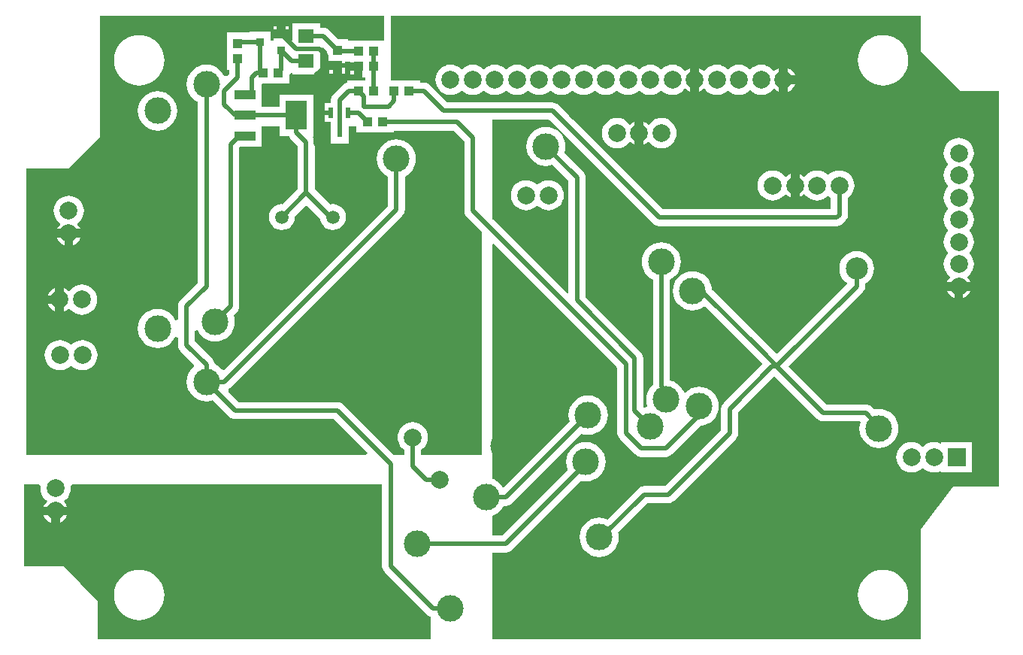
<source format=gtl>
%FSLAX25Y25*%
%MOIN*%
G70*
G01*
G75*
G04 Layer_Physical_Order=1*
G04 Layer_Color=255*
%ADD10R,0.09449X0.03937*%
%ADD11R,0.09449X0.12992*%
%ADD12R,0.04331X0.03937*%
%ADD13R,0.03937X0.04331*%
%ADD14R,0.02362X0.05118*%
%ADD15R,0.03740X0.03543*%
%ADD16R,0.03740X0.03543*%
%ADD17R,0.07087X0.06299*%
%ADD18C,0.01969*%
%ADD19C,0.01181*%
%ADD20C,0.11811*%
%ADD21C,0.07874*%
%ADD22R,0.07874X0.07874*%
%ADD23C,0.09843*%
%ADD24C,0.05906*%
G36*
X331890Y459429D02*
Y455118D01*
X333071D01*
Y455118D01*
X336614D01*
Y453346D01*
X338583D01*
Y449606D01*
X340158D01*
Y454921D01*
X341142D01*
Y454921D01*
X342323D01*
Y454724D01*
X346063D01*
Y452756D01*
X347834D01*
Y449213D01*
X347835D01*
Y448032D01*
X348984D01*
Y446654D01*
X341142D01*
Y445650D01*
X340559Y445573D01*
X340104Y445385D01*
X339649Y445196D01*
X338868Y444597D01*
X334931Y440660D01*
X334331Y439878D01*
X333955Y438969D01*
X333826Y437992D01*
Y436417D01*
X331102D01*
Y428150D01*
X333661D01*
Y420276D01*
Y418701D01*
X341535D01*
Y426181D01*
X345079D01*
Y423425D01*
X361614D01*
Y424377D01*
X388201D01*
X392881Y419697D01*
Y388779D01*
X393010Y387803D01*
X393387Y386893D01*
X393986Y386112D01*
X400591Y379507D01*
Y280512D01*
X373851D01*
Y282823D01*
X374834Y283630D01*
X375671Y284649D01*
X376292Y285812D01*
X376675Y287074D01*
X376804Y288386D01*
X376675Y289698D01*
X376292Y290960D01*
X375671Y292122D01*
X374834Y293141D01*
X373815Y293978D01*
X372652Y294599D01*
X371391Y294982D01*
X370079Y295111D01*
X368767Y294982D01*
X367505Y294599D01*
X366342Y293978D01*
X365323Y293141D01*
X364487Y292122D01*
X363865Y290960D01*
X363483Y289698D01*
X363353Y288386D01*
X363483Y287074D01*
X363865Y285812D01*
X364487Y284649D01*
X365323Y283630D01*
X366306Y282823D01*
Y280512D01*
X361634D01*
X339282Y302864D01*
X338500Y303464D01*
X337591Y303841D01*
X336614Y303969D01*
X292901D01*
X288281Y308589D01*
X288359Y309768D01*
X289085Y310325D01*
X289085Y310325D01*
X289085Y310325D01*
X365463Y386703D01*
X366062Y387484D01*
X366251Y387939D01*
X366439Y388394D01*
X366568Y389370D01*
Y404006D01*
X367631Y404574D01*
X368949Y405657D01*
X370032Y406976D01*
X370836Y408480D01*
X371331Y410113D01*
X371499Y411811D01*
X371331Y413509D01*
X370836Y415142D01*
X370032Y416646D01*
X368949Y417965D01*
X367631Y419048D01*
X366126Y419852D01*
X364493Y420347D01*
X362795Y420514D01*
X361097Y420347D01*
X359465Y419852D01*
X357960Y419048D01*
X356641Y417965D01*
X355559Y416646D01*
X354754Y415142D01*
X354259Y413509D01*
X354092Y411811D01*
X354259Y410113D01*
X354754Y408480D01*
X355559Y406976D01*
X356641Y405657D01*
X357960Y404574D01*
X359023Y404006D01*
Y390933D01*
X286464Y318374D01*
X285284Y318431D01*
X284698Y319146D01*
X283379Y320229D01*
X282267Y320823D01*
X282187Y321429D01*
X281810Y322339D01*
X281211Y323120D01*
X273458Y330873D01*
Y335643D01*
X274603Y335930D01*
X275244Y334732D01*
X276326Y333413D01*
X277645Y332330D01*
X279150Y331526D01*
X280782Y331031D01*
X282480Y330864D01*
X284178Y331031D01*
X285811Y331526D01*
X287316Y332330D01*
X288634Y333413D01*
X289717Y334732D01*
X290521Y336236D01*
X291016Y337869D01*
X291184Y339567D01*
X291016Y341265D01*
X290667Y342418D01*
X292038Y343789D01*
X292637Y344570D01*
X292858Y345104D01*
X293014Y345480D01*
X293143Y346457D01*
Y416745D01*
X293721Y417323D01*
X303150D01*
Y426181D01*
X311024D01*
Y421850D01*
X315190D01*
X315237Y421736D01*
X315836Y420955D01*
X315836Y420955D01*
X315836D01*
Y420955D01*
X315836Y420955D01*
X319062Y417729D01*
Y398413D01*
X312382Y391732D01*
X312008Y391781D01*
X310518Y391585D01*
X309129Y391010D01*
X307936Y390095D01*
X307021Y388903D01*
X306446Y387514D01*
X306250Y386024D01*
X306446Y384533D01*
X307021Y383145D01*
X307936Y381952D01*
X309129Y381037D01*
X310518Y380462D01*
X312008Y380266D01*
X313498Y380462D01*
X314887Y381037D01*
X316079Y381952D01*
X316994Y383145D01*
X317570Y384533D01*
X317766Y386024D01*
X317717Y386397D01*
X322244Y390925D01*
X323425D01*
X328973Y385377D01*
X329084Y384533D01*
X329659Y383145D01*
X330574Y381952D01*
X331767Y381037D01*
X333155Y380462D01*
X334646Y380266D01*
X336136Y380462D01*
X337525Y381037D01*
X338717Y381952D01*
X339632Y383145D01*
X340207Y384533D01*
X340404Y386024D01*
X340207Y387514D01*
X339632Y388903D01*
X338717Y390095D01*
X337525Y391010D01*
X336136Y391585D01*
X334646Y391781D01*
X333402Y391618D01*
X326607Y398413D01*
Y419291D01*
X326479Y420268D01*
X326475Y420276D01*
D01*
X326241Y420841D01*
X326102Y421177D01*
X325828Y421534D01*
X325984Y421850D01*
X325984D01*
X325984Y421850D01*
Y440354D01*
X311024D01*
Y434875D01*
X303150D01*
Y435433D01*
Y444882D01*
D01*
Y444882D01*
X303346Y445079D01*
X315354D01*
Y449246D01*
X316216Y450053D01*
X316535Y450032D01*
Y449213D01*
X329134D01*
Y460236D01*
Y460641D01*
X330225Y461094D01*
X331890Y459429D01*
D02*
G37*
G36*
X595472Y459646D02*
X613189Y441929D01*
X629921D01*
Y266732D01*
X609744D01*
X595472Y247703D01*
Y198819D01*
X405512D01*
Y237369D01*
X411417D01*
X412394Y237498D01*
X413304Y237875D01*
X414085Y238474D01*
X414085Y238474D01*
X414085Y238474D01*
X444754Y269144D01*
X445153Y269023D01*
X446850Y268856D01*
X448548Y269023D01*
X450181Y269518D01*
X451686Y270322D01*
X453005Y271405D01*
X454087Y272724D01*
X454891Y274228D01*
X455386Y275861D01*
X455554Y277559D01*
X455386Y279257D01*
X454891Y280890D01*
X454087Y282394D01*
X453005Y283713D01*
X451686Y284796D01*
X450181Y285600D01*
X448548Y286095D01*
X446850Y286262D01*
X445153Y286095D01*
X443520Y285600D01*
X442015Y284796D01*
X440696Y283713D01*
X439614Y282394D01*
X438810Y280890D01*
X438314Y279257D01*
X438147Y277559D01*
X438314Y275861D01*
X438810Y274228D01*
X438935Y273994D01*
X409855Y244914D01*
X405512D01*
Y253656D01*
X405890Y253770D01*
X407394Y254574D01*
X408713Y255657D01*
X409796Y256976D01*
X410364Y258039D01*
X411417D01*
X412394Y258167D01*
X413304Y258544D01*
X414085Y259143D01*
X444983Y290042D01*
X446137Y289692D01*
X447835Y289525D01*
X449533Y289692D01*
X451165Y290188D01*
X452670Y290992D01*
X453989Y292074D01*
X455071Y293393D01*
X455875Y294898D01*
X456371Y296530D01*
X456538Y298228D01*
X456371Y299926D01*
X455875Y301559D01*
X455071Y303064D01*
X453989Y304382D01*
X452670Y305465D01*
X451165Y306269D01*
X449533Y306764D01*
X447835Y306932D01*
X446137Y306764D01*
X444504Y306269D01*
X442999Y305465D01*
X441680Y304382D01*
X440598Y303064D01*
X439794Y301559D01*
X439298Y299926D01*
X439131Y298228D01*
X439298Y296530D01*
X439648Y295377D01*
X438396Y294125D01*
X410923Y266652D01*
D01*
X410483Y266212D01*
X409989Y266285D01*
X409796Y266646D01*
X409658Y266814D01*
X408713Y267965D01*
X407394Y269048D01*
X405890Y269852D01*
X405512Y269967D01*
Y373043D01*
Y373933D01*
X405974Y374124D01*
X460794Y319304D01*
Y290354D01*
X460923Y289378D01*
X461300Y288468D01*
X461300Y288468D01*
X461300Y288468D01*
X461899Y287687D01*
X468789Y280797D01*
X469570Y280198D01*
X470025Y280009D01*
X470480Y279821D01*
X471457Y279692D01*
X482283D01*
X483260Y279821D01*
X484170Y280198D01*
X484951Y280797D01*
X488437Y284283D01*
X497678Y293524D01*
X498745Y293629D01*
X500378Y294125D01*
X501883Y294929D01*
X503201Y296011D01*
X504284Y297330D01*
X505088Y298835D01*
X505583Y300467D01*
X505751Y302165D01*
X505583Y303863D01*
X505088Y305496D01*
X504284Y307001D01*
X503201Y308319D01*
X501883Y309402D01*
X500378Y310206D01*
X498745Y310701D01*
X497047Y310869D01*
X495349Y310701D01*
X493717Y310206D01*
X492212Y309402D01*
X490893Y308319D01*
X490843Y308258D01*
X490352Y308356D01*
X490324Y308449D01*
X489520Y309953D01*
X488438Y311272D01*
X487119Y312355D01*
X485614Y313159D01*
X484087Y313622D01*
Y358337D01*
X485150Y358905D01*
X486469Y359988D01*
X487551Y361306D01*
X488356Y362811D01*
X488851Y364444D01*
X489018Y366142D01*
X488851Y367840D01*
X488356Y369472D01*
X487551Y370977D01*
X486469Y372296D01*
X485150Y373378D01*
X483646Y374183D01*
X482013Y374678D01*
X480315Y374845D01*
X478617Y374678D01*
X476984Y374183D01*
X475480Y373378D01*
X474161Y372296D01*
X473078Y370977D01*
X472274Y369472D01*
X471779Y367840D01*
X471612Y366142D01*
X471779Y364444D01*
X472274Y362811D01*
X473078Y361306D01*
X474161Y359988D01*
X475480Y358905D01*
X476543Y358337D01*
Y311611D01*
X476129Y311272D01*
X475047Y309953D01*
X474243Y308449D01*
X473747Y306816D01*
X473580Y305118D01*
X473747Y303420D01*
X474096Y302271D01*
X473818Y301855D01*
X473696Y301843D01*
X472678Y301535D01*
X472276Y301832D01*
Y323573D01*
X472148Y324549D01*
X471771Y325459D01*
X471172Y326240D01*
X446686Y350726D01*
Y403543D01*
X446557Y404520D01*
X446447Y404786D01*
X446180Y405430D01*
X445581Y406211D01*
X437320Y414472D01*
X437670Y415625D01*
X437837Y417323D01*
X437670Y419021D01*
X437175Y420653D01*
X436370Y422158D01*
X435288Y423477D01*
X433969Y424559D01*
X432465Y425364D01*
X430832Y425859D01*
X429134Y426026D01*
X427436Y425859D01*
X425803Y425364D01*
X424298Y424559D01*
X422980Y423477D01*
X421897Y422158D01*
X421093Y420653D01*
X420598Y419021D01*
X420431Y417323D01*
X420598Y415625D01*
X421093Y413992D01*
X421897Y412488D01*
X422980Y411169D01*
X424298Y410086D01*
X425803Y409282D01*
X427436Y408787D01*
X429134Y408619D01*
X430832Y408787D01*
X431985Y409137D01*
X439141Y401981D01*
Y352280D01*
X438679Y352089D01*
X405512Y385256D01*
Y429298D01*
X430524D01*
X473887Y385935D01*
X476663Y383159D01*
X477445Y382560D01*
X478354Y382183D01*
X478354D01*
X479331Y382054D01*
X558071D01*
X559047Y382183D01*
X559957Y382560D01*
X560738Y383159D01*
D01*
X561919Y384340D01*
X562519Y385122D01*
X562575Y385256D01*
X562707Y385577D01*
X562896Y386032D01*
X563024Y387008D01*
Y394438D01*
X564008Y395245D01*
X564844Y396264D01*
X565465Y397426D01*
X565848Y398688D01*
X565977Y400000D01*
X565848Y401312D01*
X565465Y402574D01*
X564844Y403736D01*
X564008Y404755D01*
X562988Y405592D01*
X561826Y406213D01*
X560564Y406596D01*
X559252Y406725D01*
X557940Y406596D01*
X556678Y406213D01*
X555516Y405592D01*
X554496Y404755D01*
X554165D01*
X553146Y405592D01*
X551983Y406213D01*
X550722Y406596D01*
X549409Y406725D01*
X548097Y406596D01*
X546836Y406213D01*
X545673Y405592D01*
X544654Y404755D01*
X543818Y403736D01*
X543498Y403931D01*
X543498Y403931D01*
Y403931D01*
X542347Y404815D01*
X541535Y405151D01*
Y400000D01*
Y394849D01*
X542347Y395185D01*
X543498Y396069D01*
X543498Y396069D01*
Y396069D01*
X543818Y396264D01*
Y396264D01*
X543818Y396264D01*
X544654Y395245D01*
X545673Y394408D01*
X546836Y393787D01*
X548097Y393404D01*
X549409Y393275D01*
X550722Y393404D01*
X551983Y393787D01*
X553146Y394408D01*
X554165Y395245D01*
X554496D01*
X555479Y394438D01*
Y389599D01*
X480893D01*
X440836Y429656D01*
X439497Y430995D01*
X434754Y435738D01*
X433973Y436338D01*
X433063Y436715D01*
X432087Y436843D01*
X385421D01*
X377667Y444597D01*
X376886Y445196D01*
X375976Y445573D01*
X375000Y445702D01*
X373425D01*
Y446654D01*
X360236D01*
Y475394D01*
X595472D01*
Y459646D01*
D02*
G37*
G36*
X356464Y231299D02*
X356592Y230323D01*
X356969Y229413D01*
X357569Y228632D01*
X376270Y209931D01*
X377051Y209331D01*
X377953Y208958D01*
Y198819D01*
X230315D01*
Y215603D01*
X215404Y231299D01*
X197835D01*
Y267717D01*
X204203D01*
X204996Y266841D01*
X204889Y265748D01*
X205018Y264436D01*
X205401Y263174D01*
X206022Y262012D01*
X206859Y260993D01*
X207878Y260156D01*
Y260156D01*
X207683Y259679D01*
X206800Y258528D01*
X206464Y257716D01*
X216765D01*
X216429Y258528D01*
X215545Y259679D01*
X215351Y260156D01*
Y260156D01*
X216370Y260993D01*
X217206Y262012D01*
X217828Y263174D01*
X218210Y264436D01*
X218339Y265748D01*
X218232Y266841D01*
X219025Y267717D01*
X356464D01*
Y231299D01*
D02*
G37*
G36*
X357283Y464370D02*
X341339D01*
Y464961D01*
X337028D01*
X333179Y468809D01*
X332398Y469409D01*
X331488Y469786D01*
X330512Y469914D01*
X329134D01*
Y472047D01*
X316535D01*
Y464370D01*
X316339D01*
Y464370D01*
X315158D01*
Y465354D01*
X308268D01*
Y464370D01*
X307087D01*
Y468110D01*
X297835D01*
Y467913D01*
X297047D01*
Y467913D01*
X287598D01*
Y458071D01*
Y451378D01*
X288550D01*
Y449397D01*
X287557Y448404D01*
X286389Y448577D01*
X285780Y449717D01*
X284698Y451036D01*
X283379Y452118D01*
X281874Y452923D01*
X280241Y453418D01*
X278543Y453585D01*
X276845Y453418D01*
X275213Y452923D01*
X273708Y452118D01*
X272389Y451036D01*
X271307Y449717D01*
X270502Y448212D01*
X270007Y446580D01*
X269840Y444882D01*
X270007Y443184D01*
X270502Y441551D01*
X271307Y440047D01*
X272389Y438728D01*
X273708Y437645D01*
X274771Y437077D01*
Y420276D01*
Y356878D01*
X267018Y349124D01*
X266418Y348343D01*
X266041Y347433D01*
X265913Y346457D01*
Y340538D01*
X264767Y340251D01*
X264126Y341449D01*
X263044Y342768D01*
X261725Y343851D01*
X260220Y344655D01*
X258588Y345150D01*
X256890Y345318D01*
X255192Y345150D01*
X253559Y344655D01*
X252054Y343851D01*
X250736Y342768D01*
X249653Y341449D01*
X248849Y339945D01*
X248354Y338312D01*
X248186Y336614D01*
X248354Y334916D01*
X248849Y333284D01*
X249653Y331779D01*
X250736Y330460D01*
X252054Y329378D01*
X253559Y328573D01*
X255192Y328078D01*
X256890Y327911D01*
X258588Y328078D01*
X260220Y328573D01*
X261725Y329378D01*
X263044Y330460D01*
X264126Y331779D01*
X264767Y332977D01*
X265913Y332690D01*
Y329311D01*
X266041Y328334D01*
X266418Y327424D01*
X267018Y326643D01*
X267018Y326643D01*
X267018Y326643D01*
X272935Y320726D01*
X272877Y319546D01*
X272389Y319146D01*
X271307Y317827D01*
X270502Y316323D01*
X270007Y314690D01*
X269840Y312992D01*
X270007Y311294D01*
X270502Y309662D01*
X271307Y308157D01*
X272389Y306838D01*
X273708Y305756D01*
X275213Y304951D01*
X276845Y304456D01*
X278543Y304289D01*
X280241Y304456D01*
X281395Y304806D01*
X288671Y297529D01*
X289452Y296930D01*
X289907Y296741D01*
X290362Y296553D01*
X291339Y296424D01*
X335052D01*
X349873Y281603D01*
X349421Y280512D01*
X198819D01*
Y407480D01*
X217520D01*
X231299Y421260D01*
Y426181D01*
Y475394D01*
X357283D01*
Y464370D01*
D02*
G37*
%LPC*%
G36*
X617355Y353346D02*
X614173D01*
Y350164D01*
X614984Y350500D01*
X616136Y351384D01*
X617019Y352535D01*
X617355Y353346D01*
D02*
G37*
G36*
X211457Y347441D02*
X208275D01*
X208611Y346630D01*
X209494Y345478D01*
X210646Y344595D01*
X211457Y344259D01*
Y347441D01*
D02*
G37*
G36*
X610236Y353346D02*
X607054D01*
X607390Y352535D01*
X608274Y351384D01*
X609425Y350500D01*
X610236Y350164D01*
Y353346D01*
D02*
G37*
G36*
X612205Y421095D02*
X610893Y420966D01*
X609631Y420583D01*
X608468Y419962D01*
X607449Y419126D01*
X606613Y418107D01*
X605991Y416944D01*
X605609Y415682D01*
X605479Y414370D01*
X605609Y413058D01*
X605991Y411796D01*
X606613Y410634D01*
X607449Y409615D01*
Y409283D01*
X606613Y408264D01*
X605991Y407101D01*
X605609Y405840D01*
X605479Y404528D01*
X605609Y403216D01*
X605991Y401954D01*
X606613Y400791D01*
X607449Y399772D01*
Y399441D01*
X606613Y398421D01*
X605991Y397259D01*
X605609Y395997D01*
X605479Y394685D01*
X605609Y393373D01*
X605991Y392111D01*
X606613Y390949D01*
X607449Y389930D01*
Y389598D01*
X606613Y388579D01*
X605991Y387416D01*
X605609Y386155D01*
X605479Y384842D01*
X605609Y383530D01*
X605991Y382269D01*
X606613Y381106D01*
X607449Y380087D01*
Y379755D01*
X606613Y378736D01*
X605991Y377574D01*
X605609Y376312D01*
X605479Y375000D01*
X605609Y373688D01*
X605991Y372426D01*
X606613Y371264D01*
X607449Y370245D01*
Y369913D01*
X606613Y368894D01*
X605991Y367731D01*
X605609Y366470D01*
X605479Y365158D01*
X605609Y363845D01*
X605991Y362584D01*
X606613Y361421D01*
X607449Y360402D01*
X608468Y359566D01*
Y359566D01*
X608274Y359246D01*
X608274Y359246D01*
X608274D01*
X607390Y358095D01*
X607054Y357283D01*
X617355D01*
X617019Y358095D01*
X616136Y359246D01*
X616136Y359246D01*
X616136D01*
X615941Y359566D01*
Y359566D01*
X616960Y360402D01*
X617797Y361421D01*
X618418Y362584D01*
X618801Y363845D01*
X618930Y365158D01*
X618801Y366470D01*
X618418Y367731D01*
X617797Y368894D01*
X616960Y369913D01*
Y370245D01*
X617797Y371264D01*
X618418Y372426D01*
X618801Y373688D01*
X618930Y375000D01*
X618801Y376312D01*
X618418Y377574D01*
X617797Y378736D01*
X616960Y379755D01*
Y380087D01*
X617797Y381106D01*
X618418Y382269D01*
X618801Y383530D01*
X618930Y384842D01*
X618801Y386155D01*
X618418Y387416D01*
X617797Y388579D01*
X616960Y389598D01*
Y389930D01*
X617797Y390949D01*
X618418Y392111D01*
X618801Y393373D01*
X618930Y394685D01*
X618801Y395997D01*
X618418Y397259D01*
X617797Y398421D01*
X616960Y399441D01*
Y399772D01*
X617797Y400791D01*
X618418Y401954D01*
X618801Y403216D01*
X618930Y404528D01*
X618801Y405840D01*
X618418Y407101D01*
X617797Y408264D01*
X616960Y409283D01*
Y409615D01*
X617797Y410634D01*
X618418Y411796D01*
X618801Y413058D01*
X618930Y414370D01*
X618801Y415682D01*
X618418Y416944D01*
X617797Y418107D01*
X616960Y419126D01*
X615941Y419962D01*
X614778Y420583D01*
X613517Y420966D01*
X612205Y421095D01*
D02*
G37*
G36*
X215551Y376811D02*
X212369D01*
X212705Y376000D01*
X213589Y374849D01*
X214740Y373965D01*
X215551Y373629D01*
Y376811D01*
D02*
G37*
G36*
X211457Y354560D02*
X210646Y354224D01*
X209494Y353341D01*
X208611Y352189D01*
X208275Y351378D01*
X211457D01*
Y354560D01*
D02*
G37*
G36*
X223425Y356135D02*
X222113Y356006D01*
X220851Y355623D01*
X219689Y355001D01*
X218670Y354165D01*
X217833Y353146D01*
X217356Y353341D01*
X216205Y354224D01*
X215394Y354560D01*
Y349410D01*
Y344259D01*
X216205Y344595D01*
X217356Y345478D01*
X217833Y345673D01*
Y345673D01*
X217833Y345673D01*
X218670Y344654D01*
X219689Y343818D01*
X220851Y343196D01*
X222113Y342813D01*
X223425Y342684D01*
X224737Y342813D01*
X225999Y343196D01*
X227162Y343818D01*
X228181Y344654D01*
X229017Y345673D01*
X229639Y346836D01*
X230021Y348097D01*
X230151Y349410D01*
X230021Y350722D01*
X229639Y351983D01*
X229017Y353146D01*
X228181Y354165D01*
X227162Y355001D01*
X225999Y355623D01*
X224737Y356006D01*
X223425Y356135D01*
D02*
G37*
G36*
X223583Y331528D02*
X222271Y331399D01*
X221009Y331016D01*
X219846Y330395D01*
X218827Y329559D01*
X218338D01*
X217319Y330395D01*
X216156Y331016D01*
X214895Y331399D01*
X213583Y331528D01*
X212271Y331399D01*
X211009Y331016D01*
X209846Y330395D01*
X208827Y329559D01*
X207991Y328539D01*
X207369Y327377D01*
X206987Y326115D01*
X206857Y324803D01*
X206987Y323491D01*
X207369Y322230D01*
X207991Y321067D01*
X208827Y320048D01*
X209846Y319211D01*
X211009Y318590D01*
X212271Y318207D01*
X213583Y318078D01*
X214895Y318207D01*
X216156Y318590D01*
X217319Y319211D01*
X218338Y320048D01*
X218827D01*
X219846Y319211D01*
X221009Y318590D01*
X222271Y318207D01*
X223583Y318078D01*
X224895Y318207D01*
X226156Y318590D01*
X227319Y319211D01*
X228338Y320048D01*
X229175Y321067D01*
X229796Y322230D01*
X230179Y323491D01*
X230308Y324803D01*
X230179Y326115D01*
X229796Y327377D01*
X229175Y328539D01*
X228338Y329559D01*
X227319Y330395D01*
X226156Y331016D01*
X224895Y331399D01*
X223583Y331528D01*
D02*
G37*
G36*
X209646Y253780D02*
X206464D01*
X206800Y252968D01*
X207683Y251817D01*
X208835Y250934D01*
X209646Y250598D01*
Y253780D01*
D02*
G37*
G36*
X578642Y229668D02*
X576895Y229531D01*
X575192Y229122D01*
X573573Y228451D01*
X572080Y227536D01*
X570747Y226398D01*
X569610Y225066D01*
X568694Y223572D01*
X568024Y221954D01*
X567615Y220250D01*
X567477Y218504D01*
X567615Y216757D01*
X568024Y215054D01*
X568694Y213435D01*
X569610Y211942D01*
X570747Y210610D01*
X572080Y209472D01*
X573573Y208556D01*
X575192Y207886D01*
X576895Y207477D01*
X578642Y207340D01*
X580388Y207477D01*
X582092Y207886D01*
X583710Y208556D01*
X585204Y209472D01*
X586536Y210610D01*
X587674Y211942D01*
X588589Y213435D01*
X589260Y215054D01*
X589669Y216757D01*
X589806Y218504D01*
X589669Y220250D01*
X589260Y221954D01*
X588589Y223572D01*
X587674Y225066D01*
X586536Y226398D01*
X585204Y227536D01*
X583710Y228451D01*
X582092Y229122D01*
X580388Y229531D01*
X578642Y229668D01*
D02*
G37*
G36*
X248721D02*
X246974Y229531D01*
X245270Y229122D01*
X243652Y228451D01*
X242158Y227536D01*
X240826Y226398D01*
X239688Y225066D01*
X238773Y223572D01*
X238103Y221954D01*
X237694Y220250D01*
X237556Y218504D01*
X237694Y216757D01*
X238103Y215054D01*
X238773Y213435D01*
X239688Y211942D01*
X240826Y210610D01*
X242158Y209472D01*
X243652Y208556D01*
X245270Y207886D01*
X246974Y207477D01*
X248721Y207340D01*
X250467Y207477D01*
X252170Y207886D01*
X253789Y208556D01*
X255283Y209472D01*
X256615Y210610D01*
X257753Y211942D01*
X258668Y213435D01*
X259338Y215054D01*
X259747Y216757D01*
X259885Y218504D01*
X259747Y220250D01*
X259338Y221954D01*
X258668Y223572D01*
X257753Y225066D01*
X256615Y226398D01*
X255283Y227536D01*
X253789Y228451D01*
X252170Y229122D01*
X250467Y229531D01*
X248721Y229668D01*
D02*
G37*
G36*
X216765Y253780D02*
X213583D01*
Y250598D01*
X214394Y250934D01*
X215545Y251817D01*
X216429Y252968D01*
X216765Y253780D01*
D02*
G37*
G36*
X566929Y370903D02*
X565424Y370755D01*
X563977Y370316D01*
X562643Y369603D01*
X561474Y368644D01*
X560515Y367475D01*
X559802Y366141D01*
X559363Y364694D01*
X559215Y363189D01*
X559363Y361684D01*
X559802Y360237D01*
X560515Y358903D01*
X561474Y357734D01*
X562581Y356826D01*
X562606Y356326D01*
X531496Y325217D01*
X528258Y328455D01*
X528258Y328455D01*
X502736Y353977D01*
X502631Y355044D01*
X502135Y356677D01*
X501331Y358182D01*
X500249Y359501D01*
X498930Y360583D01*
X497425Y361387D01*
X495792Y361883D01*
X494095Y362050D01*
X492397Y361883D01*
X490764Y361387D01*
X489259Y360583D01*
X487940Y359501D01*
X486858Y358182D01*
X486054Y356677D01*
X485558Y355044D01*
X485391Y353346D01*
X485558Y351648D01*
X486054Y350016D01*
X486858Y348511D01*
X487940Y347192D01*
X489259Y346110D01*
X490764Y345306D01*
X492397Y344810D01*
X494095Y344643D01*
X495792Y344810D01*
X497425Y345306D01*
X498930Y346110D01*
X499481Y346562D01*
X522923Y323120D01*
D01*
X522923Y323120D01*
X525177Y320866D01*
X507913Y303603D01*
X507314Y302821D01*
X506937Y301911D01*
X506808Y300935D01*
Y291671D01*
X481951Y266814D01*
X472687D01*
X471711Y266685D01*
X471067Y266419D01*
X470801Y266308D01*
X470019Y265709D01*
X456321Y252010D01*
X456086Y252135D01*
X454454Y252631D01*
X452756Y252798D01*
X451058Y252631D01*
X449425Y252135D01*
X447921Y251331D01*
X446602Y250249D01*
X445519Y248930D01*
X444715Y247425D01*
X444220Y245792D01*
X444053Y244094D01*
X444220Y242396D01*
X444715Y240764D01*
X445519Y239259D01*
X446602Y237940D01*
X447921Y236858D01*
X449425Y236054D01*
X451058Y235558D01*
X452756Y235391D01*
X454454Y235558D01*
X456086Y236054D01*
X457591Y236858D01*
X458910Y237940D01*
X459993Y239259D01*
X460797Y240764D01*
X461292Y242396D01*
X461459Y244094D01*
X461292Y245792D01*
X461171Y246191D01*
X474250Y259269D01*
X483514D01*
X484490Y259397D01*
X485400Y259774D01*
X486181Y260374D01*
X492226Y266419D01*
X492454Y266646D01*
X513248Y287441D01*
X513848Y288222D01*
D01*
D01*
D01*
X514225Y289132D01*
X514353Y290108D01*
Y299372D01*
X530512Y315531D01*
X549498Y296545D01*
X549498Y296545D01*
X549498D01*
X549498Y296545D01*
X549498D01*
X549498Y296545D01*
Y296545D01*
Y296545D01*
D01*
D01*
X549498D01*
Y296545D01*
X550279Y295946D01*
X551189Y295569D01*
X552165Y295440D01*
X568246D01*
X568544Y295039D01*
X568235Y294021D01*
X568068Y292323D01*
X568235Y290625D01*
X568731Y288992D01*
X569535Y287488D01*
X570617Y286169D01*
X571936Y285086D01*
X573441Y284282D01*
X575074Y283787D01*
X576772Y283619D01*
X578470Y283787D01*
X580102Y284282D01*
X581607Y285086D01*
X582926Y286169D01*
X584008Y287488D01*
X584812Y288992D01*
X585308Y290625D01*
X585475Y292323D01*
X585308Y294021D01*
X584812Y295654D01*
X584008Y297158D01*
X582926Y298477D01*
X581607Y299559D01*
X580102Y300364D01*
X578470Y300859D01*
X576772Y301026D01*
X575074Y300859D01*
X574676Y300738D01*
X573534Y301880D01*
X572752Y302480D01*
X571842Y302856D01*
X570866Y302985D01*
X553728D01*
X536831Y319882D01*
X569597Y352647D01*
X570196Y353429D01*
X570573Y354339D01*
X570702Y355315D01*
X570702Y355315D01*
X570702Y355315D01*
Y355315D01*
Y356500D01*
X571215Y356775D01*
X572384Y357734D01*
X573343Y358903D01*
X574056Y360237D01*
X574495Y361684D01*
X574644Y363189D01*
X574495Y364694D01*
X574056Y366141D01*
X573343Y367475D01*
X572384Y368644D01*
X571215Y369603D01*
X569881Y370316D01*
X568434Y370755D01*
X566929Y370903D01*
D02*
G37*
G36*
X601221Y286253D02*
X599908Y286124D01*
X598647Y285741D01*
X597484Y285119D01*
X596465Y284283D01*
X595976D01*
X595020Y285067D01*
D01*
X594957Y285119D01*
X593794Y285741D01*
X592532Y286124D01*
X592149Y286161D01*
X591221Y286253D01*
X589908Y286124D01*
X588647Y285741D01*
X587484Y285119D01*
X586465Y284283D01*
X585629Y283264D01*
X585007Y282101D01*
X584624Y280840D01*
X584495Y279528D01*
X584624Y278216D01*
X585007Y276954D01*
X585629Y275791D01*
X586465Y274772D01*
X587484Y273936D01*
X588647Y273314D01*
X589908Y272932D01*
X591221Y272802D01*
X592149Y272894D01*
X592532Y272932D01*
X593794Y273314D01*
X594957Y273936D01*
X595976Y274772D01*
X596465D01*
X597484Y273936D01*
X598647Y273314D01*
X599908Y272932D01*
X601221Y272802D01*
X602532Y272932D01*
X603794Y273314D01*
X604099Y273477D01*
X604528Y273220D01*
Y272835D01*
X617913D01*
Y286221D01*
X604528D01*
Y285835D01*
X604099Y285578D01*
X603794Y285741D01*
X602532Y286124D01*
X601221Y286253D01*
D02*
G37*
G36*
X315158Y470669D02*
X313681D01*
Y469291D01*
X315158D01*
Y470669D01*
D02*
G37*
G36*
X222670Y376811D02*
X219488D01*
Y373629D01*
X220299Y373965D01*
X221451Y374849D01*
X222334Y376000D01*
X222670Y376811D01*
D02*
G37*
G36*
X536417Y452001D02*
Y448819D01*
X539599D01*
X539263Y449630D01*
X538380Y450781D01*
X537228Y451665D01*
X536417Y452001D01*
D02*
G37*
G36*
X578642Y466676D02*
X576895Y466539D01*
X575192Y466130D01*
X573573Y465459D01*
X572080Y464544D01*
X570747Y463406D01*
X569610Y462074D01*
X568694Y460580D01*
X568024Y458962D01*
X567615Y457258D01*
X567477Y455512D01*
X567615Y453765D01*
X568024Y452062D01*
X568694Y450443D01*
X569610Y448950D01*
X570747Y447617D01*
X572080Y446480D01*
X573573Y445564D01*
X575192Y444894D01*
X576895Y444485D01*
X578642Y444347D01*
X580388Y444485D01*
X582092Y444894D01*
X583710Y445564D01*
X585204Y446480D01*
X586536Y447617D01*
X587674Y448950D01*
X588589Y450443D01*
X589260Y452062D01*
X589669Y453765D01*
X589806Y455512D01*
X589669Y457258D01*
X589260Y458962D01*
X588589Y460580D01*
X587674Y462074D01*
X586536Y463406D01*
X585204Y464544D01*
X583710Y465459D01*
X582092Y466130D01*
X580388Y466539D01*
X578642Y466676D01*
D02*
G37*
G36*
X248721D02*
X246974Y466539D01*
X245270Y466130D01*
X243652Y465459D01*
X242158Y464544D01*
X240826Y463406D01*
X239688Y462074D01*
X238773Y460580D01*
X238103Y458962D01*
X237694Y457258D01*
X237556Y455512D01*
X237694Y453765D01*
X238103Y452062D01*
X238773Y450443D01*
X239688Y448950D01*
X240826Y447617D01*
X242158Y446480D01*
X243652Y445564D01*
X245270Y444894D01*
X246974Y444485D01*
X248721Y444347D01*
X250467Y444485D01*
X252170Y444894D01*
X253789Y445564D01*
X255283Y446480D01*
X256615Y447617D01*
X257753Y448950D01*
X258668Y450443D01*
X259338Y452062D01*
X259747Y453765D01*
X259885Y455512D01*
X259747Y457258D01*
X259338Y458962D01*
X258668Y460580D01*
X257753Y462074D01*
X256615Y463406D01*
X255283Y464544D01*
X253789Y465459D01*
X252170Y466130D01*
X250467Y466539D01*
X248721Y466676D01*
D02*
G37*
G36*
X344094Y450787D02*
X342323D01*
Y449213D01*
X344094D01*
Y450787D01*
D02*
G37*
G36*
X524606Y453576D02*
X523294Y453446D01*
X522033Y453064D01*
X520870Y452442D01*
X519851Y451606D01*
X519519D01*
X518500Y452442D01*
X517337Y453064D01*
X516076Y453446D01*
X514764Y453576D01*
X513452Y453446D01*
X512190Y453064D01*
X511027Y452442D01*
X510008Y451606D01*
X509677D01*
X508658Y452442D01*
X507495Y453064D01*
X506233Y453446D01*
X504921Y453576D01*
X503609Y453446D01*
X502348Y453064D01*
X501185Y452442D01*
X500166Y451606D01*
X499329Y450587D01*
X499010Y450781D01*
X499010Y450781D01*
Y450781D01*
X497858Y451665D01*
X497047Y452001D01*
Y446850D01*
Y441700D01*
X497858Y442036D01*
X499010Y442919D01*
X499010Y442919D01*
Y442919D01*
X499329Y443114D01*
Y443114D01*
X499329Y443114D01*
X500166Y442095D01*
X501185Y441258D01*
X502348Y440637D01*
X503609Y440254D01*
X504921Y440125D01*
X506233Y440254D01*
X507495Y440637D01*
X508658Y441258D01*
X509677Y442095D01*
X510008D01*
X511027Y441258D01*
X512190Y440637D01*
X513452Y440254D01*
X514764Y440125D01*
X516076Y440254D01*
X517337Y440637D01*
X518500Y441258D01*
X519519Y442095D01*
X519851D01*
X520870Y441258D01*
X522033Y440637D01*
X523294Y440254D01*
X524606Y440125D01*
X525918Y440254D01*
X527180Y440637D01*
X528343Y441258D01*
X529362Y442095D01*
X530198Y443114D01*
X530198D01*
D01*
X530518Y442919D01*
X530518Y442919D01*
Y442919D01*
X531669Y442036D01*
X532480Y441700D01*
Y446850D01*
Y452001D01*
X531669Y451665D01*
X530518Y450781D01*
X530518Y450781D01*
Y450781D01*
X530198Y450587D01*
X529362Y451606D01*
X528343Y452442D01*
X527180Y453064D01*
X525918Y453446D01*
X524606Y453576D01*
D02*
G37*
G36*
X485236D02*
X483924Y453446D01*
X482663Y453064D01*
X481500Y452442D01*
X480481Y451606D01*
X480149D01*
X479130Y452442D01*
X477967Y453064D01*
X476706Y453446D01*
X475394Y453576D01*
X474082Y453446D01*
X473827Y453369D01*
X472820Y453064D01*
X471657Y452442D01*
X470638Y451606D01*
X470307D01*
X469288Y452442D01*
X468125Y453064D01*
X466863Y453446D01*
X465551Y453576D01*
X464239Y453446D01*
X462978Y453064D01*
X461815Y452442D01*
X460796Y451606D01*
X460464D01*
X459445Y452442D01*
X458282Y453064D01*
X457021Y453446D01*
X455709Y453576D01*
X454397Y453446D01*
X453135Y453064D01*
X451972Y452442D01*
X450953Y451606D01*
X450622D01*
X449603Y452442D01*
X448440Y453064D01*
X447178Y453446D01*
X445866Y453576D01*
X444554Y453446D01*
X443293Y453064D01*
X442130Y452442D01*
X441111Y451606D01*
X440779D01*
X439760Y452442D01*
X438597Y453064D01*
X437336Y453446D01*
X436024Y453576D01*
X434712Y453446D01*
X433450Y453064D01*
X432287Y452442D01*
X431268Y451606D01*
X430937D01*
X429917Y452442D01*
X428755Y453064D01*
X427493Y453446D01*
X426181Y453576D01*
X424869Y453446D01*
X423607Y453064D01*
X422445Y452442D01*
X421426Y451606D01*
X421094D01*
X420075Y452442D01*
X418912Y453064D01*
X417651Y453446D01*
X416339Y453576D01*
X415027Y453446D01*
X413765Y453064D01*
X412602Y452442D01*
X411583Y451606D01*
X411252D01*
X410232Y452442D01*
X409070Y453064D01*
X407808Y453446D01*
X406496Y453576D01*
X405184Y453446D01*
X403922Y453064D01*
X402760Y452442D01*
X401741Y451606D01*
X401409D01*
X400390Y452442D01*
X399227Y453064D01*
X397966Y453446D01*
X396654Y453576D01*
X395341Y453446D01*
X394080Y453064D01*
X392917Y452442D01*
X391898Y451606D01*
X391566D01*
X390547Y452442D01*
X389385Y453064D01*
X388123Y453446D01*
X386811Y453576D01*
X385499Y453446D01*
X384237Y453064D01*
X383075Y452442D01*
X382055Y451606D01*
X381219Y450587D01*
X380598Y449424D01*
X380215Y448162D01*
X380086Y446850D01*
X380215Y445538D01*
X380598Y444277D01*
X381219Y443114D01*
X382055Y442095D01*
X383075Y441258D01*
X384237Y440637D01*
X385499Y440254D01*
X386811Y440125D01*
X388123Y440254D01*
X389385Y440637D01*
X390547Y441258D01*
X391566Y442095D01*
X391898D01*
X392917Y441258D01*
X394080Y440637D01*
X395341Y440254D01*
X396654Y440125D01*
X397966Y440254D01*
X399227Y440637D01*
X400390Y441258D01*
X401409Y442095D01*
X401741D01*
X402760Y441258D01*
X403922Y440637D01*
X405184Y440254D01*
X406496Y440125D01*
X407808Y440254D01*
X409070Y440637D01*
X410232Y441258D01*
X411252Y442095D01*
X411583D01*
X412602Y441258D01*
X413765Y440637D01*
X415027Y440254D01*
X416339Y440125D01*
X417651Y440254D01*
X418912Y440637D01*
X420075Y441258D01*
X421094Y442095D01*
X421426D01*
X422445Y441258D01*
X423607Y440637D01*
X424869Y440254D01*
X426181Y440125D01*
X427493Y440254D01*
X428755Y440637D01*
X429917Y441258D01*
X430937Y442095D01*
X431268D01*
X432287Y441258D01*
X433450Y440637D01*
X434712Y440254D01*
X436024Y440125D01*
X437336Y440254D01*
X438597Y440637D01*
X439760Y441258D01*
X440779Y442095D01*
X441111D01*
X442130Y441258D01*
X443293Y440637D01*
X444554Y440254D01*
X445866Y440125D01*
X447178Y440254D01*
X448440Y440637D01*
X449603Y441258D01*
X450622Y442095D01*
X450953D01*
X451972Y441258D01*
X453135Y440637D01*
X454397Y440254D01*
X455709Y440125D01*
X457021Y440254D01*
X458282Y440637D01*
X459445Y441258D01*
X460464Y442095D01*
X460796D01*
X461815Y441258D01*
X462978Y440637D01*
X464239Y440254D01*
X465551Y440125D01*
X466863Y440254D01*
X468125Y440637D01*
X469288Y441258D01*
X470307Y442095D01*
X470638D01*
X471657Y441258D01*
X472820Y440637D01*
X473827Y440332D01*
X474082Y440254D01*
X475394Y440125D01*
X476706Y440254D01*
X477967Y440637D01*
X479130Y441258D01*
X480149Y442095D01*
X480481D01*
X481500Y441258D01*
X482663Y440637D01*
X483924Y440254D01*
X485236Y440125D01*
X486548Y440254D01*
X487810Y440637D01*
X488973Y441258D01*
X489992Y442095D01*
X490828Y443114D01*
X490828D01*
D01*
X491148Y442919D01*
X491148Y442919D01*
Y442919D01*
X492299Y442036D01*
X493110Y441700D01*
Y446850D01*
Y452001D01*
X492299Y451665D01*
X491148Y450781D01*
X491148Y450781D01*
Y450781D01*
X490828Y450587D01*
X489992Y451606D01*
X488973Y452442D01*
X487810Y453064D01*
X486548Y453446D01*
X485236Y453576D01*
D02*
G37*
G36*
X334646Y451378D02*
X333071D01*
Y449606D01*
X334646D01*
Y451378D01*
D02*
G37*
G36*
X539599Y444882D02*
X536417D01*
Y441700D01*
X537228Y442036D01*
X538380Y442919D01*
X539263Y444071D01*
X539599Y444882D01*
D02*
G37*
G36*
X529724Y406725D02*
X528412Y406596D01*
X527151Y406213D01*
X525988Y405592D01*
X524969Y404755D01*
X524132Y403736D01*
X523511Y402574D01*
X523128Y401312D01*
X522999Y400000D01*
X523128Y398688D01*
X523511Y397426D01*
X524132Y396264D01*
X524969Y395245D01*
X525988Y394408D01*
X527151Y393787D01*
X528412Y393404D01*
X529724Y393275D01*
X531036Y393404D01*
X532298Y393787D01*
X533461Y394408D01*
X534480Y395245D01*
X535316Y396264D01*
X535316D01*
D01*
X535636Y396069D01*
X535636Y396069D01*
Y396069D01*
X536787Y395185D01*
X537598Y394849D01*
Y400000D01*
Y405151D01*
X536787Y404815D01*
X535636Y403931D01*
X535636Y403931D01*
Y403931D01*
X535316Y403736D01*
X534480Y404755D01*
X533461Y405592D01*
X532298Y406213D01*
X531036Y406596D01*
X529724Y406725D01*
D02*
G37*
G36*
X309744Y470669D02*
X308268D01*
Y469291D01*
X309744D01*
Y470669D01*
D02*
G37*
G36*
X217520Y395505D02*
X216208Y395376D01*
X214946Y394993D01*
X213783Y394371D01*
X212764Y393535D01*
X211928Y392516D01*
X211306Y391353D01*
X210924Y390092D01*
X210794Y388779D01*
X210924Y387468D01*
X211306Y386206D01*
X211928Y385043D01*
X212764Y384024D01*
X213783Y383188D01*
Y383188D01*
X213589Y382711D01*
X212705Y381559D01*
X212369Y380748D01*
X222670D01*
X222334Y381559D01*
X221451Y382711D01*
X221256Y383188D01*
Y383188D01*
X222275Y384024D01*
X223112Y385043D01*
X223733Y386206D01*
X224116Y387468D01*
X224245Y388779D01*
X224116Y390092D01*
X223733Y391353D01*
X223112Y392516D01*
X222275Y393535D01*
X221256Y394371D01*
X220093Y394993D01*
X218832Y395376D01*
X217520Y395505D01*
D02*
G37*
G36*
X430276Y402395D02*
X428964Y402265D01*
X427702Y401883D01*
X426539Y401261D01*
X425520Y400425D01*
X425031D01*
X424012Y401261D01*
X422849Y401883D01*
X421588Y402265D01*
X420276Y402395D01*
X418964Y402265D01*
X417702Y401883D01*
X416539Y401261D01*
X415520Y400425D01*
X414684Y399406D01*
X414062Y398243D01*
X413680Y396981D01*
X413550Y395669D01*
X413680Y394357D01*
X414062Y393096D01*
X414684Y391933D01*
X415520Y390914D01*
X416539Y390077D01*
X417702Y389456D01*
X418964Y389073D01*
X420276Y388944D01*
X421588Y389073D01*
X422849Y389456D01*
X424012Y390077D01*
X425031Y390914D01*
X425520D01*
X426539Y390077D01*
X427702Y389456D01*
X428964Y389073D01*
X430276Y388944D01*
X431588Y389073D01*
X432849Y389456D01*
X434012Y390077D01*
X435031Y390914D01*
X435868Y391933D01*
X436489Y393096D01*
X436872Y394357D01*
X437001Y395669D01*
X436872Y396981D01*
X436489Y398243D01*
X435868Y399406D01*
X435031Y400425D01*
X434012Y401261D01*
X432849Y401883D01*
X431588Y402265D01*
X430276Y402395D01*
D02*
G37*
G36*
X480315Y429954D02*
X479003Y429824D01*
X478346Y429625D01*
X477741Y429442D01*
X476579Y428820D01*
X475560Y427984D01*
X474723Y426965D01*
X474403Y427159D01*
X474403Y427159D01*
Y427159D01*
X473425Y427910D01*
X473252Y428043D01*
X472441Y428379D01*
Y423228D01*
Y418078D01*
X473252Y418414D01*
X474403Y419297D01*
X474403Y419297D01*
Y419297D01*
Y419297D01*
X474723Y419492D01*
D01*
Y419492D01*
X474723Y419492D01*
X475560Y418473D01*
X476579Y417636D01*
X477741Y417015D01*
X479003Y416632D01*
X480315Y416503D01*
X481627Y416632D01*
X482889Y417015D01*
X484051Y417636D01*
X485071Y418473D01*
X485907Y419492D01*
X486528Y420655D01*
X486911Y421916D01*
X487040Y423228D01*
X486911Y424540D01*
X486528Y425802D01*
X485907Y426965D01*
X485071Y427984D01*
X484051Y428820D01*
X482889Y429442D01*
X481627Y429824D01*
X480315Y429954D01*
D02*
G37*
G36*
X256890Y441774D02*
X255192Y441607D01*
X253559Y441112D01*
X252054Y440307D01*
X250736Y439225D01*
X249653Y437906D01*
X248849Y436402D01*
X248354Y434769D01*
X248186Y433071D01*
X248354Y431373D01*
X248849Y429740D01*
X249653Y428235D01*
X250736Y426917D01*
X251632Y426181D01*
X252054Y425834D01*
X253559Y425030D01*
X255192Y424535D01*
X256890Y424368D01*
X258588Y424535D01*
X260220Y425030D01*
X261725Y425834D01*
X261755Y425859D01*
X262148Y426181D01*
X263044Y426917D01*
X264126Y428235D01*
X264931Y429740D01*
X265426Y431373D01*
X265593Y433071D01*
X265426Y434769D01*
X264931Y436402D01*
X264126Y437906D01*
X263044Y439225D01*
X261725Y440307D01*
X260220Y441112D01*
X258588Y441607D01*
X256890Y441774D01*
D02*
G37*
G36*
X460630Y429954D02*
X459318Y429824D01*
X458056Y429442D01*
X456893Y428820D01*
X455874Y427984D01*
X455038Y426965D01*
X454417Y425802D01*
X454034Y424540D01*
X453905Y423228D01*
X454034Y421916D01*
X454417Y420655D01*
X455038Y419492D01*
X455874Y418473D01*
X456893Y417636D01*
X458056Y417015D01*
X459318Y416632D01*
X460630Y416503D01*
X461942Y416632D01*
X463204Y417015D01*
X464366Y417636D01*
X465385Y418473D01*
X466222Y419492D01*
X466222D01*
D01*
X466541Y419297D01*
X466541Y419297D01*
Y419297D01*
X467693Y418414D01*
X468504Y418078D01*
Y423228D01*
Y428379D01*
X467693Y428043D01*
X466541Y427159D01*
X466541Y427159D01*
Y427159D01*
X466222Y426965D01*
X465385Y427984D01*
X464366Y428820D01*
X463204Y429442D01*
X461942Y429824D01*
X460630Y429954D01*
D02*
G37*
%LPD*%
D10*
X295669Y440158D02*
D03*
Y431102D02*
D03*
Y422047D02*
D03*
D11*
X318504Y431102D02*
D03*
D12*
X346063Y459646D02*
D03*
X352756D02*
D03*
X352756Y441929D02*
D03*
X346063D02*
D03*
X361811D02*
D03*
X368504D02*
D03*
X350000Y428150D02*
D03*
X356693D02*
D03*
X352756Y452756D02*
D03*
X346063D02*
D03*
X310433Y449803D02*
D03*
X303740D02*
D03*
D13*
X336614Y460039D02*
D03*
Y453346D02*
D03*
X292323Y462992D02*
D03*
Y456299D02*
D03*
D14*
X341339Y432283D02*
D03*
X333858D02*
D03*
X337598Y424016D02*
D03*
D15*
X311713Y459842D02*
D03*
X302461Y463583D02*
D03*
D16*
X311713Y467323D02*
D03*
D17*
X322835Y455118D02*
D03*
Y466142D02*
D03*
D18*
X302461Y451083D02*
Y463583D01*
Y451083D02*
X303740Y449803D01*
X480315Y311024D02*
Y366142D01*
Y311024D02*
X482283Y309055D01*
Y305118D02*
Y309055D01*
X494095Y353346D02*
X498032D01*
X510581Y300935D02*
X529528Y319882D01*
X510581Y290108D02*
Y300935D01*
X453740Y244094D02*
X472687Y263041D01*
X483514D01*
X529528Y319882D02*
X531496D01*
X483514Y263041D02*
X510581Y290108D01*
X452756Y244094D02*
X453740D01*
X411417Y241142D02*
X443405Y273130D01*
X446358D01*
X411417Y261811D02*
X447835Y298228D01*
X402559Y261811D02*
X411417D01*
X552165Y299213D02*
X570866D01*
X576772Y293307D01*
Y292323D02*
Y293307D01*
X525591Y325787D02*
Y325787D01*
X498032Y353346D02*
X525591Y325787D01*
Y325787D02*
X531496Y319882D01*
X566929Y355315D01*
X531496Y319882D02*
X552165Y299213D01*
X372047Y241142D02*
X411417D01*
X375984Y269685D02*
X381890D01*
X370079Y275590D02*
X375984Y269685D01*
X370079Y275590D02*
Y288386D01*
X566929Y355315D02*
Y363189D01*
X286417Y312992D02*
X362795Y389370D01*
Y411811D01*
X278543Y355315D02*
Y444882D01*
X497047Y298228D02*
Y302165D01*
X482283Y283465D02*
X497047Y298228D01*
X352756Y441929D02*
Y452756D01*
X352756Y452756D01*
Y459646D01*
X337008D02*
X346063D01*
X336614Y460039D02*
X337008Y459646D01*
X278543Y312992D02*
Y320452D01*
X269685Y329311D02*
X278543Y320452D01*
X269685Y329311D02*
Y346457D01*
X278543Y355315D01*
Y312992D02*
X286417D01*
X298622Y447835D02*
X300590Y449803D01*
X303740D01*
X298622Y440158D02*
Y447835D01*
X292913Y463583D02*
X302461D01*
X292323Y462992D02*
X292913Y463583D01*
X292323Y447835D02*
Y456299D01*
X293110Y422047D02*
X298622D01*
X289370Y418307D02*
X293110Y422047D01*
X289370Y346457D02*
Y418307D01*
X282480Y339567D02*
X289370Y346457D01*
X286417Y436024D02*
X291339Y431102D01*
X286417Y436024D02*
Y441929D01*
X292323Y447835D01*
X336614Y453346D02*
X345472D01*
X330512Y466142D02*
X336614Y460039D01*
X322835Y466142D02*
X330512D01*
X327165Y448819D02*
X331693Y453346D01*
X327165Y418701D02*
X334646Y411221D01*
X316437Y455118D02*
X322835D01*
X311713Y459842D02*
X316437Y455118D01*
X311713Y451083D02*
Y459842D01*
X310433Y449803D02*
X311713Y451083D01*
X311713Y467323D02*
X318406Y460630D01*
X328740D01*
X331693Y457677D01*
Y454331D02*
Y457677D01*
Y454331D02*
X332677Y453346D01*
X331693D02*
X332677D01*
X336614D01*
X318504Y423622D02*
Y431102D01*
Y423622D02*
X322835Y419291D01*
Y396850D02*
Y419291D01*
X312008Y386024D02*
X322835Y396850D01*
X291339Y431102D02*
X295669D01*
X318504D01*
X333661Y386024D02*
X334646D01*
X322835Y396850D02*
X333661Y386024D01*
X361811Y437598D02*
Y441929D01*
X359252Y435039D02*
X361811Y437598D01*
X348425Y435039D02*
X359252D01*
X348425D02*
Y439567D01*
X346063Y441929D02*
X348425Y439567D01*
X345866Y432283D02*
X350000Y428150D01*
X341339Y432283D02*
X345866D01*
X327953D02*
X333858D01*
X327165Y418701D02*
Y448819D01*
X337598Y424016D02*
Y437992D01*
X341535Y441929D01*
X346063D01*
X559252Y387008D02*
Y400000D01*
X558071Y385827D02*
X559252Y387008D01*
X479331Y385827D02*
X558071D01*
X368504Y441929D02*
X375000D01*
X378937Y212598D02*
X386811D01*
X360236Y231299D02*
Y276575D01*
X336614Y300197D02*
X360236Y276575D01*
X291339Y300197D02*
X336614D01*
X278543Y312992D02*
X291339Y300197D01*
X360236Y231299D02*
X378937Y212598D01*
X468504Y300197D02*
Y323573D01*
Y300197D02*
X475394Y293307D01*
X471457Y283465D02*
X482283D01*
X464567Y290354D02*
X471457Y283465D01*
X464567Y290354D02*
Y320866D01*
X396654Y388779D02*
X464567Y320866D01*
X442913Y349163D02*
X468504Y323573D01*
X442913Y349163D02*
Y403543D01*
X429134Y417323D02*
X442913Y403543D01*
X375000Y441929D02*
X383858Y433071D01*
X432087D01*
X479331Y385827D01*
X357283Y428150D02*
X389764D01*
X396654Y421260D01*
Y388779D02*
Y421260D01*
D19*
X345472Y453346D02*
X346063Y452756D01*
D20*
X256890Y336614D02*
D03*
Y433071D02*
D03*
X482283Y305118D02*
D03*
X410433Y284449D02*
D03*
X417323Y308071D02*
D03*
X494095Y353346D02*
D03*
X429134Y417323D02*
D03*
X576772Y292323D02*
D03*
X278543Y312992D02*
D03*
X379921Y378937D02*
D03*
X278543Y444882D02*
D03*
X362795Y411811D02*
D03*
X386811Y212598D02*
D03*
X372047Y241142D02*
D03*
X452756Y244094D02*
D03*
X446850Y277559D02*
D03*
X402559Y261811D02*
D03*
X447835Y298228D02*
D03*
X480315Y366142D02*
D03*
X497047Y302165D02*
D03*
X282480Y339567D02*
D03*
X475394Y293307D02*
D03*
D21*
X559252Y400000D02*
D03*
X549409D02*
D03*
X539567D02*
D03*
X529724D02*
D03*
X591221Y279528D02*
D03*
X601221D02*
D03*
X460630Y423228D02*
D03*
X470472D02*
D03*
X480315D02*
D03*
X612205Y414370D02*
D03*
Y404528D02*
D03*
Y394685D02*
D03*
Y384842D02*
D03*
Y375000D02*
D03*
Y365158D02*
D03*
Y355315D02*
D03*
X430276Y395669D02*
D03*
X420276D02*
D03*
X211614Y265748D02*
D03*
Y255748D02*
D03*
X217520Y388779D02*
D03*
Y378780D02*
D03*
X223425Y349410D02*
D03*
X213425D02*
D03*
X465551Y446850D02*
D03*
X475394D02*
D03*
X485236D02*
D03*
X495079D02*
D03*
X504921D02*
D03*
X514764D02*
D03*
X524606D02*
D03*
X534449D02*
D03*
X455709D02*
D03*
X445866D02*
D03*
X436024D02*
D03*
X426181D02*
D03*
X416339D02*
D03*
X406496D02*
D03*
X396654D02*
D03*
X386811D02*
D03*
X213583Y324803D02*
D03*
X223583D02*
D03*
X381890Y269685D02*
D03*
X370079Y288386D02*
D03*
D22*
X611221Y279528D02*
D03*
D23*
X566929Y363189D02*
D03*
D24*
X372047Y320866D02*
D03*
X312008Y411221D02*
D03*
X334646D02*
D03*
X312008Y386024D02*
D03*
X334646D02*
D03*
M02*

</source>
